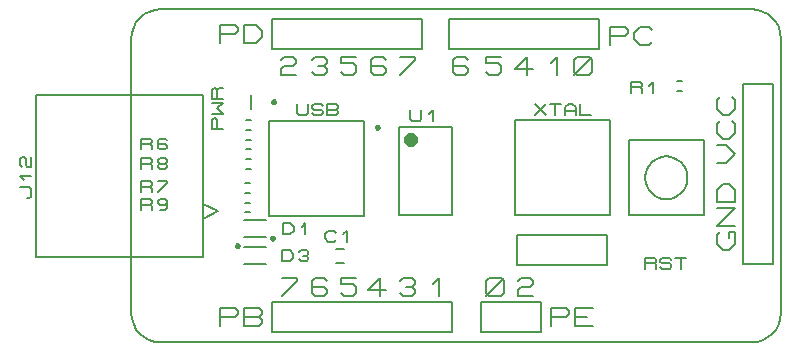
<source format=gbr>
G04 PROTEUS RS274X GERBER FILE*
%FSLAX45Y45*%
%MOMM*%
G01*
%ADD23C,0.250000*%
%ADD24C,0.200000*%
%ADD25C,0.600000*%
%ADD22C,0.203200*%
%ADD26C,0.152400*%
D23*
X+2094740Y+1720680D02*
X+2094697Y+1721719D01*
X+2094345Y+1723798D01*
X+2093608Y+1725877D01*
X+2092404Y+1727956D01*
X+2090563Y+1730006D01*
X+2088484Y+1731509D01*
X+2086405Y+1732466D01*
X+2084326Y+1733005D01*
X+2082247Y+1733180D01*
X+2082240Y+1733180D01*
X+2069740Y+1720680D02*
X+2069783Y+1721719D01*
X+2070135Y+1723798D01*
X+2070872Y+1725877D01*
X+2072076Y+1727956D01*
X+2073917Y+1730006D01*
X+2075996Y+1731509D01*
X+2078075Y+1732466D01*
X+2080154Y+1733005D01*
X+2082233Y+1733180D01*
X+2082240Y+1733180D01*
X+2069740Y+1720680D02*
X+2069783Y+1719641D01*
X+2070135Y+1717562D01*
X+2070872Y+1715483D01*
X+2072076Y+1713404D01*
X+2073917Y+1711354D01*
X+2075996Y+1709851D01*
X+2078075Y+1708894D01*
X+2080154Y+1708355D01*
X+2082233Y+1708180D01*
X+2082240Y+1708180D01*
X+2094740Y+1720680D02*
X+2094697Y+1719641D01*
X+2094345Y+1717562D01*
X+2093608Y+1715483D01*
X+2092404Y+1713404D01*
X+2090563Y+1711354D01*
X+2088484Y+1709851D01*
X+2086405Y+1708894D01*
X+2084326Y+1708355D01*
X+2082247Y+1708180D01*
X+2082240Y+1708180D01*
D24*
X+2262240Y+980680D02*
X+2712240Y+980680D01*
X+2712240Y+1720680D01*
X+2262240Y+1720680D01*
X+2262240Y+980680D01*
D25*
X+2392240Y+1620680D02*
X+2392137Y+1623169D01*
X+2391295Y+1628149D01*
X+2389535Y+1633129D01*
X+2386658Y+1638109D01*
X+2382257Y+1643025D01*
X+2377277Y+1646639D01*
X+2372297Y+1648944D01*
X+2367317Y+1650247D01*
X+2362337Y+1650680D01*
X+2362240Y+1650680D01*
X+2332240Y+1620680D02*
X+2332343Y+1623169D01*
X+2333185Y+1628149D01*
X+2334945Y+1633129D01*
X+2337822Y+1638109D01*
X+2342223Y+1643025D01*
X+2347203Y+1646639D01*
X+2352183Y+1648944D01*
X+2357163Y+1650247D01*
X+2362143Y+1650680D01*
X+2362240Y+1650680D01*
X+2332240Y+1620680D02*
X+2332343Y+1618191D01*
X+2333185Y+1613211D01*
X+2334945Y+1608231D01*
X+2337822Y+1603251D01*
X+2342223Y+1598335D01*
X+2347203Y+1594721D01*
X+2352183Y+1592416D01*
X+2357163Y+1591113D01*
X+2362143Y+1590680D01*
X+2362240Y+1590680D01*
X+2392240Y+1620680D02*
X+2392137Y+1618191D01*
X+2391295Y+1613211D01*
X+2389535Y+1608231D01*
X+2386658Y+1603251D01*
X+2382257Y+1598335D01*
X+2377277Y+1594721D01*
X+2372297Y+1592416D01*
X+2367317Y+1591113D01*
X+2362337Y+1590680D01*
X+2362240Y+1590680D01*
D22*
X+2360240Y+1867600D02*
X+2360240Y+1791400D01*
X+2376115Y+1776160D01*
X+2439615Y+1776160D01*
X+2455490Y+1791400D01*
X+2455490Y+1867600D01*
X+2518990Y+1837120D02*
X+2550740Y+1867600D01*
X+2550740Y+1776160D01*
X+4213000Y+974500D02*
X+4848000Y+974500D01*
X+4848000Y+1609500D01*
X+4213000Y+1609500D01*
X+4213000Y+974500D01*
X+4707565Y+1294540D02*
X+4706969Y+1309161D01*
X+4702126Y+1338405D01*
X+4692012Y+1367649D01*
X+4675547Y+1396893D01*
X+4650363Y+1425976D01*
X+4621119Y+1448096D01*
X+4591875Y+1462388D01*
X+4562631Y+1470767D01*
X+4533387Y+1474063D01*
X+4527960Y+1474145D01*
X+4348355Y+1294540D02*
X+4348951Y+1309161D01*
X+4353794Y+1338405D01*
X+4363908Y+1367649D01*
X+4380373Y+1396893D01*
X+4405557Y+1425976D01*
X+4434801Y+1448096D01*
X+4464045Y+1462388D01*
X+4493289Y+1470767D01*
X+4522533Y+1474063D01*
X+4527960Y+1474145D01*
X+4348355Y+1294540D02*
X+4348951Y+1279919D01*
X+4353794Y+1250675D01*
X+4363908Y+1221431D01*
X+4380373Y+1192187D01*
X+4405557Y+1163104D01*
X+4434801Y+1140984D01*
X+4464045Y+1126692D01*
X+4493289Y+1118313D01*
X+4522533Y+1115017D01*
X+4527960Y+1114935D01*
X+4707565Y+1294540D02*
X+4706969Y+1279919D01*
X+4702126Y+1250675D01*
X+4692012Y+1221431D01*
X+4675547Y+1192187D01*
X+4650363Y+1163104D01*
X+4621119Y+1140984D01*
X+4591875Y+1126692D01*
X+4562631Y+1118313D01*
X+4533387Y+1115017D01*
X+4527960Y+1114935D01*
X+4350160Y+522860D02*
X+4350160Y+614300D01*
X+4429535Y+614300D01*
X+4445410Y+599060D01*
X+4445410Y+583820D01*
X+4429535Y+568580D01*
X+4350160Y+568580D01*
X+4429535Y+568580D02*
X+4445410Y+553340D01*
X+4445410Y+522860D01*
X+4477160Y+538100D02*
X+4493035Y+522860D01*
X+4556535Y+522860D01*
X+4572410Y+538100D01*
X+4572410Y+553340D01*
X+4556535Y+568580D01*
X+4493035Y+568580D01*
X+4477160Y+583820D01*
X+4477160Y+599060D01*
X+4493035Y+614300D01*
X+4556535Y+614300D01*
X+4572410Y+599060D01*
X+4604160Y+614300D02*
X+4699410Y+614300D01*
X+4651785Y+614300D02*
X+4651785Y+522860D01*
X+1729960Y+692880D02*
X+1798540Y+692880D01*
X+1729960Y+570960D02*
X+1801080Y+570960D01*
X+1731230Y+769080D02*
X+1715355Y+753840D01*
X+1667730Y+753840D01*
X+1635980Y+784320D01*
X+1635980Y+814800D01*
X+1667730Y+845280D01*
X+1715355Y+845280D01*
X+1731230Y+830040D01*
X+1794730Y+814800D02*
X+1826480Y+845280D01*
X+1826480Y+753840D01*
D23*
X+1217240Y+1937860D02*
X+1217197Y+1938899D01*
X+1216845Y+1940978D01*
X+1216108Y+1943057D01*
X+1214904Y+1945136D01*
X+1213063Y+1947186D01*
X+1210984Y+1948689D01*
X+1208905Y+1949646D01*
X+1206826Y+1950185D01*
X+1204747Y+1950360D01*
X+1204740Y+1950360D01*
X+1192240Y+1937860D02*
X+1192283Y+1938899D01*
X+1192635Y+1940978D01*
X+1193372Y+1943057D01*
X+1194576Y+1945136D01*
X+1196417Y+1947186D01*
X+1198496Y+1948689D01*
X+1200575Y+1949646D01*
X+1202654Y+1950185D01*
X+1204733Y+1950360D01*
X+1204740Y+1950360D01*
X+1192240Y+1937860D02*
X+1192283Y+1936821D01*
X+1192635Y+1934742D01*
X+1193372Y+1932663D01*
X+1194576Y+1930584D01*
X+1196417Y+1928534D01*
X+1198496Y+1927031D01*
X+1200575Y+1926074D01*
X+1202654Y+1925535D01*
X+1204733Y+1925360D01*
X+1204740Y+1925360D01*
X+1217240Y+1937860D02*
X+1217197Y+1936821D01*
X+1216845Y+1934742D01*
X+1216108Y+1932663D01*
X+1214904Y+1930584D01*
X+1213063Y+1928534D01*
X+1210984Y+1927031D01*
X+1208905Y+1926074D01*
X+1206826Y+1925535D01*
X+1204747Y+1925360D01*
X+1204740Y+1925360D01*
D24*
X+1014740Y+1877860D02*
X+1014740Y+1997860D01*
D22*
X+771790Y+1706060D02*
X+680350Y+1706060D01*
X+680350Y+1785435D01*
X+695590Y+1801310D01*
X+710830Y+1801310D01*
X+726070Y+1785435D01*
X+726070Y+1706060D01*
X+680350Y+1833060D02*
X+771790Y+1833060D01*
X+726070Y+1880685D01*
X+771790Y+1928310D01*
X+680350Y+1928310D01*
X+771790Y+1960060D02*
X+680350Y+1960060D01*
X+680350Y+2039435D01*
X+695590Y+2055310D01*
X+710830Y+2055310D01*
X+726070Y+2039435D01*
X+726070Y+1960060D01*
X+726070Y+2039435D02*
X+741310Y+2055310D01*
X+771790Y+2055310D01*
X+970120Y+1782920D02*
X+1015840Y+1782920D01*
X+970120Y+1701640D02*
X+1015840Y+1701640D01*
D26*
X+603500Y+945540D02*
X+730500Y+1009040D01*
X+603500Y+1072540D02*
X+730500Y+1009040D01*
X+603500Y+619430D02*
X+603500Y+1998650D01*
X-811280Y+1998650D01*
X-811280Y+619430D01*
X+603500Y+619430D01*
D22*
X-879860Y+1118540D02*
X-864620Y+1118540D01*
X-849380Y+1134415D01*
X-849380Y+1197915D01*
X-864620Y+1213790D01*
X-940820Y+1213790D01*
X-910340Y+1277290D02*
X-940820Y+1309040D01*
X-849380Y+1309040D01*
X-925580Y+1388415D02*
X-940820Y+1404290D01*
X-940820Y+1451915D01*
X-925580Y+1467790D01*
X-910340Y+1467790D01*
X-895100Y+1451915D01*
X-895100Y+1404290D01*
X-879860Y+1388415D01*
X-849380Y+1388415D01*
X-849380Y+1467790D01*
D23*
X+1208360Y+783440D02*
X+1208317Y+784479D01*
X+1207965Y+786558D01*
X+1207228Y+788637D01*
X+1206024Y+790716D01*
X+1204183Y+792766D01*
X+1202104Y+794269D01*
X+1200025Y+795226D01*
X+1197946Y+795765D01*
X+1195867Y+795940D01*
X+1195860Y+795940D01*
X+1183360Y+783440D02*
X+1183403Y+784479D01*
X+1183755Y+786558D01*
X+1184492Y+788637D01*
X+1185696Y+790716D01*
X+1187537Y+792766D01*
X+1189616Y+794269D01*
X+1191695Y+795226D01*
X+1193774Y+795765D01*
X+1195853Y+795940D01*
X+1195860Y+795940D01*
X+1183360Y+783440D02*
X+1183403Y+782401D01*
X+1183755Y+780322D01*
X+1184492Y+778243D01*
X+1185696Y+776164D01*
X+1187537Y+774114D01*
X+1189616Y+772611D01*
X+1191695Y+771654D01*
X+1193774Y+771115D01*
X+1195853Y+770940D01*
X+1195860Y+770940D01*
X+1208360Y+783440D02*
X+1208317Y+782401D01*
X+1207965Y+780322D01*
X+1207228Y+778243D01*
X+1206024Y+776164D01*
X+1204183Y+774114D01*
X+1202104Y+772611D01*
X+1200025Y+771654D01*
X+1197946Y+771115D01*
X+1195867Y+770940D01*
X+1195860Y+770940D01*
D24*
X+1135860Y+933440D02*
X+955860Y+933440D01*
X+1135860Y+793440D02*
X+955860Y+793440D01*
D22*
X+1282080Y+816860D02*
X+1282080Y+908300D01*
X+1345580Y+908300D01*
X+1377330Y+877820D01*
X+1377330Y+847340D01*
X+1345580Y+816860D01*
X+1282080Y+816860D01*
X+1440830Y+877820D02*
X+1472580Y+908300D01*
X+1472580Y+816860D01*
D23*
X+908360Y+717380D02*
X+908317Y+718419D01*
X+907965Y+720498D01*
X+907228Y+722577D01*
X+906024Y+724656D01*
X+904183Y+726706D01*
X+902104Y+728209D01*
X+900025Y+729166D01*
X+897946Y+729705D01*
X+895867Y+729880D01*
X+895860Y+729880D01*
X+883360Y+717380D02*
X+883403Y+718419D01*
X+883755Y+720498D01*
X+884492Y+722577D01*
X+885696Y+724656D01*
X+887537Y+726706D01*
X+889616Y+728209D01*
X+891695Y+729166D01*
X+893774Y+729705D01*
X+895853Y+729880D01*
X+895860Y+729880D01*
X+883360Y+717380D02*
X+883403Y+716341D01*
X+883755Y+714262D01*
X+884492Y+712183D01*
X+885696Y+710104D01*
X+887537Y+708054D01*
X+889616Y+706551D01*
X+891695Y+705594D01*
X+893774Y+705055D01*
X+895853Y+704880D01*
X+895860Y+704880D01*
X+908360Y+717380D02*
X+908317Y+716341D01*
X+907965Y+714262D01*
X+907228Y+712183D01*
X+906024Y+710104D01*
X+904183Y+708054D01*
X+902104Y+706551D01*
X+900025Y+705594D01*
X+897946Y+705055D01*
X+895867Y+704880D01*
X+895860Y+704880D01*
D24*
X+955860Y+567380D02*
X+1135860Y+567380D01*
X+955860Y+707380D02*
X+1135860Y+707380D01*
D22*
X+1277000Y+587440D02*
X+1277000Y+678880D01*
X+1340500Y+678880D01*
X+1372250Y+648400D01*
X+1372250Y+617920D01*
X+1340500Y+587440D01*
X+1277000Y+587440D01*
X+1419875Y+663640D02*
X+1435750Y+678880D01*
X+1483375Y+678880D01*
X+1499250Y+663640D01*
X+1499250Y+648400D01*
X+1483375Y+633160D01*
X+1499250Y+617920D01*
X+1499250Y+602680D01*
X+1483375Y+587440D01*
X+1435750Y+587440D01*
X+1419875Y+602680D01*
X+1451625Y+633160D02*
X+1483375Y+633160D01*
X+1165560Y+974260D02*
X+1965560Y+974260D01*
X+1965560Y+1774260D01*
X+1165560Y+1774260D01*
X+1165560Y+974260D01*
X+1400460Y+1916660D02*
X+1400460Y+1840460D01*
X+1416335Y+1825220D01*
X+1479835Y+1825220D01*
X+1495710Y+1840460D01*
X+1495710Y+1916660D01*
X+1527460Y+1840460D02*
X+1543335Y+1825220D01*
X+1606835Y+1825220D01*
X+1622710Y+1840460D01*
X+1622710Y+1855700D01*
X+1606835Y+1870940D01*
X+1543335Y+1870940D01*
X+1527460Y+1886180D01*
X+1527460Y+1901420D01*
X+1543335Y+1916660D01*
X+1606835Y+1916660D01*
X+1622710Y+1901420D01*
X+1654460Y+1825220D02*
X+1654460Y+1916660D01*
X+1733835Y+1916660D01*
X+1749710Y+1901420D01*
X+1749710Y+1886180D01*
X+1733835Y+1870940D01*
X+1749710Y+1855700D01*
X+1749710Y+1840460D01*
X+1733835Y+1825220D01*
X+1654460Y+1825220D01*
X+1654460Y+1870940D02*
X+1733835Y+1870940D01*
X+1006500Y+1168400D02*
X+960780Y+1168400D01*
X+1006500Y+1249680D02*
X+960780Y+1249680D01*
X+82220Y+1171400D02*
X+82220Y+1262840D01*
X+161595Y+1262840D01*
X+177470Y+1247600D01*
X+177470Y+1232360D01*
X+161595Y+1217120D01*
X+82220Y+1217120D01*
X+161595Y+1217120D02*
X+177470Y+1201880D01*
X+177470Y+1171400D01*
X+225095Y+1262840D02*
X+304470Y+1262840D01*
X+304470Y+1247600D01*
X+225095Y+1171400D01*
X+1016500Y+1368400D02*
X+970780Y+1368400D01*
X+1016500Y+1449680D02*
X+970780Y+1449680D01*
X+81780Y+1368400D02*
X+81780Y+1459840D01*
X+161155Y+1459840D01*
X+177030Y+1444600D01*
X+177030Y+1429360D01*
X+161155Y+1414120D01*
X+81780Y+1414120D01*
X+161155Y+1414120D02*
X+177030Y+1398880D01*
X+177030Y+1368400D01*
X+240530Y+1414120D02*
X+224655Y+1429360D01*
X+224655Y+1444600D01*
X+240530Y+1459840D01*
X+288155Y+1459840D01*
X+304030Y+1444600D01*
X+304030Y+1429360D01*
X+288155Y+1414120D01*
X+240530Y+1414120D01*
X+224655Y+1398880D01*
X+224655Y+1383640D01*
X+240530Y+1368400D01*
X+288155Y+1368400D01*
X+304030Y+1383640D01*
X+304030Y+1398880D01*
X+288155Y+1414120D01*
X+959960Y+1084420D02*
X+1005680Y+1084420D01*
X+959960Y+1003140D02*
X+1005680Y+1003140D01*
X+81400Y+1020460D02*
X+81400Y+1111900D01*
X+160775Y+1111900D01*
X+176650Y+1096660D01*
X+176650Y+1081420D01*
X+160775Y+1066180D01*
X+81400Y+1066180D01*
X+160775Y+1066180D02*
X+176650Y+1050940D01*
X+176650Y+1020460D01*
X+303650Y+1081420D02*
X+287775Y+1066180D01*
X+240150Y+1066180D01*
X+224275Y+1081420D01*
X+224275Y+1096660D01*
X+240150Y+1111900D01*
X+287775Y+1111900D01*
X+303650Y+1096660D01*
X+303650Y+1035700D01*
X+287775Y+1020460D01*
X+240150Y+1020460D01*
X+1015840Y+1534000D02*
X+970120Y+1534000D01*
X+1015840Y+1615280D02*
X+970120Y+1615280D01*
X+81120Y+1534000D02*
X+81120Y+1625440D01*
X+160495Y+1625440D01*
X+176370Y+1610200D01*
X+176370Y+1594960D01*
X+160495Y+1579720D01*
X+81120Y+1579720D01*
X+160495Y+1579720D02*
X+176370Y+1564480D01*
X+176370Y+1534000D01*
X+303370Y+1610200D02*
X+287495Y+1625440D01*
X+239870Y+1625440D01*
X+223995Y+1610200D01*
X+223995Y+1549240D01*
X+239870Y+1534000D01*
X+287495Y+1534000D01*
X+303370Y+1549240D01*
X+303370Y+1564480D01*
X+287495Y+1579720D01*
X+223995Y+1579720D01*
X+1193000Y+2382040D02*
X+2463000Y+2382040D01*
X+2463000Y+2636040D01*
X+1193000Y+2636040D01*
X+1193000Y+2382040D01*
X+2693000Y+2382040D02*
X+3963000Y+2382040D01*
X+3963000Y+2636040D01*
X+2693000Y+2636040D01*
X+2693000Y+2382040D01*
X+1193000Y-7960D02*
X+2717000Y-7960D01*
X+2717000Y+246040D01*
X+1193000Y+246040D01*
X+1193000Y-7960D01*
X+2956500Y-7960D02*
X+3464500Y-7960D01*
X+3464500Y+246040D01*
X+2956500Y+246040D01*
X+2956500Y-7960D01*
X+4663180Y+2028200D02*
X+4617460Y+2028200D01*
X+4663180Y+2109480D02*
X+4617460Y+2109480D01*
X+4226300Y+2012960D02*
X+4226300Y+2104400D01*
X+4305675Y+2104400D01*
X+4321550Y+2089160D01*
X+4321550Y+2073920D01*
X+4305675Y+2058680D01*
X+4226300Y+2058680D01*
X+4305675Y+2058680D02*
X+4321550Y+2043440D01*
X+4321550Y+2012960D01*
X+4385050Y+2073920D02*
X+4416800Y+2104400D01*
X+4416800Y+2012960D01*
X+746600Y+2435040D02*
X+746600Y+2587440D01*
X+873600Y+2587440D01*
X+899000Y+2562040D01*
X+899000Y+2536640D01*
X+873600Y+2511240D01*
X+746600Y+2511240D01*
X+949800Y+2435040D02*
X+949800Y+2587440D01*
X+1051400Y+2587440D01*
X+1102200Y+2536640D01*
X+1102200Y+2485840D01*
X+1051400Y+2435040D01*
X+949800Y+2435040D01*
X+4048600Y+2415040D02*
X+4048600Y+2567440D01*
X+4175600Y+2567440D01*
X+4201000Y+2542040D01*
X+4201000Y+2516640D01*
X+4175600Y+2491240D01*
X+4048600Y+2491240D01*
X+4404200Y+2440440D02*
X+4378800Y+2415040D01*
X+4302600Y+2415040D01*
X+4251800Y+2465840D01*
X+4251800Y+2516640D01*
X+4302600Y+2567440D01*
X+4378800Y+2567440D01*
X+4404200Y+2542040D01*
X+746600Y+39540D02*
X+746600Y+191940D01*
X+873600Y+191940D01*
X+899000Y+166540D01*
X+899000Y+141140D01*
X+873600Y+115740D01*
X+746600Y+115740D01*
X+949800Y+39540D02*
X+949800Y+191940D01*
X+1076800Y+191940D01*
X+1102200Y+166540D01*
X+1102200Y+141140D01*
X+1076800Y+115740D01*
X+1102200Y+90340D01*
X+1102200Y+64940D01*
X+1076800Y+39540D01*
X+949800Y+39540D01*
X+949800Y+115740D02*
X+1076800Y+115740D01*
X+3553300Y+39540D02*
X+3553300Y+191940D01*
X+3680300Y+191940D01*
X+3705700Y+166540D01*
X+3705700Y+141140D01*
X+3680300Y+115740D01*
X+3553300Y+115740D01*
X+3908900Y+39540D02*
X+3756500Y+39540D01*
X+3756500Y+191940D01*
X+3908900Y+191940D01*
X+3756500Y+115740D02*
X+3858100Y+115740D01*
X+5181500Y+567040D02*
X+5435500Y+567040D01*
X+5435500Y+2091040D01*
X+5181500Y+2091040D01*
X+5181500Y+567040D01*
X+4957101Y+1417940D02*
X+5033301Y+1417940D01*
X+5109501Y+1494140D01*
X+5033301Y+1570340D01*
X+4957101Y+1570340D01*
X+5084101Y+1773540D02*
X+5109501Y+1748140D01*
X+5109501Y+1671940D01*
X+5058701Y+1621140D01*
X+5007901Y+1621140D01*
X+4957101Y+1671940D01*
X+4957101Y+1748140D01*
X+4982501Y+1773540D01*
X+5084101Y+1976740D02*
X+5109501Y+1951340D01*
X+5109501Y+1875140D01*
X+5058701Y+1824340D01*
X+5007901Y+1824340D01*
X+4957101Y+1875140D01*
X+4957101Y+1951340D01*
X+4982501Y+1976740D01*
X+5058701Y+782940D02*
X+5058701Y+833740D01*
X+5109501Y+833740D01*
X+5109501Y+732140D01*
X+5058701Y+681340D01*
X+5007901Y+681340D01*
X+4957101Y+732140D01*
X+4957101Y+808340D01*
X+4982501Y+833740D01*
X+5109501Y+884540D02*
X+4957101Y+884540D01*
X+5109501Y+1036940D01*
X+4957101Y+1036940D01*
X+5109501Y+1087740D02*
X+4957101Y+1087740D01*
X+4957101Y+1189340D01*
X+5007901Y+1240140D01*
X+5058701Y+1240140D01*
X+5109501Y+1189340D01*
X+5109501Y+1087740D01*
X+0Y+150000D02*
X+0Y+2470000D01*
X+250000Y+2720000D02*
X+5250000Y+2720000D01*
X+5500000Y+2470000D02*
X+5500000Y+150000D01*
X+5250000Y-100000D02*
X+250000Y-100000D01*
X+0Y+2470000D02*
X+4974Y+2521117D01*
X+19287Y+2568389D01*
X+42023Y+2610900D01*
X+72266Y+2647734D01*
X+109100Y+2677977D01*
X+151611Y+2700713D01*
X+198883Y+2715026D01*
X+250000Y+2720000D01*
X+0Y+150000D02*
X+4974Y+98883D01*
X+19287Y+51611D01*
X+42023Y+9100D01*
X+72266Y-27734D01*
X+109100Y-57977D01*
X+151611Y-80713D01*
X+198883Y-95026D01*
X+250000Y-100000D01*
X+5250000Y-100000D02*
X+5301117Y-95026D01*
X+5348389Y-80713D01*
X+5390900Y-57977D01*
X+5427734Y-27734D01*
X+5457977Y+9100D01*
X+5480713Y+51611D01*
X+5495026Y+98883D01*
X+5500000Y+150000D01*
X+5500000Y+2470000D02*
X+5495026Y+2521117D01*
X+5480713Y+2568389D01*
X+5457977Y+2610900D01*
X+5427734Y+2647734D01*
X+5390900Y+2677977D01*
X+5348389Y+2700713D01*
X+5301117Y+2715026D01*
X+5250000Y+2720000D01*
X+1265400Y+2293800D02*
X+1290800Y+2319200D01*
X+1367000Y+2319200D01*
X+1392400Y+2293800D01*
X+1392400Y+2268400D01*
X+1367000Y+2243000D01*
X+1290800Y+2243000D01*
X+1265400Y+2217600D01*
X+1265400Y+2166800D01*
X+1392400Y+2166800D01*
X+1525400Y+2293800D02*
X+1550800Y+2319200D01*
X+1627000Y+2319200D01*
X+1652400Y+2293800D01*
X+1652400Y+2268400D01*
X+1627000Y+2243000D01*
X+1652400Y+2217600D01*
X+1652400Y+2192200D01*
X+1627000Y+2166800D01*
X+1550800Y+2166800D01*
X+1525400Y+2192200D01*
X+1576200Y+2243000D02*
X+1627000Y+2243000D01*
X+1902400Y+2319200D02*
X+1775400Y+2319200D01*
X+1775400Y+2268400D01*
X+1877000Y+2268400D01*
X+1902400Y+2243000D01*
X+1902400Y+2192200D01*
X+1877000Y+2166800D01*
X+1800800Y+2166800D01*
X+1775400Y+2192200D01*
X+2152400Y+2293800D02*
X+2127000Y+2319200D01*
X+2050800Y+2319200D01*
X+2025400Y+2293800D01*
X+2025400Y+2192200D01*
X+2050800Y+2166800D01*
X+2127000Y+2166800D01*
X+2152400Y+2192200D01*
X+2152400Y+2217600D01*
X+2127000Y+2243000D01*
X+2025400Y+2243000D01*
X+2275400Y+2319200D02*
X+2402400Y+2319200D01*
X+2402400Y+2293800D01*
X+2275400Y+2166800D01*
X+3750000Y+2192200D02*
X+3750000Y+2293800D01*
X+3775400Y+2319200D01*
X+3877000Y+2319200D01*
X+3902400Y+2293800D01*
X+3902400Y+2192200D01*
X+3877000Y+2166800D01*
X+3775400Y+2166800D01*
X+3750000Y+2192200D01*
X+3750000Y+2166800D02*
X+3902400Y+2319200D01*
X+3550800Y+2268400D02*
X+3601600Y+2319200D01*
X+3601600Y+2166800D01*
X+3402400Y+2217600D02*
X+3250000Y+2217600D01*
X+3351600Y+2319200D01*
X+3351600Y+2166800D01*
X+3126400Y+2319200D02*
X+2999400Y+2319200D01*
X+2999400Y+2268400D01*
X+3101000Y+2268400D01*
X+3126400Y+2243000D01*
X+3126400Y+2192200D01*
X+3101000Y+2166800D01*
X+3024800Y+2166800D01*
X+2999400Y+2192200D01*
X+2852400Y+2293800D02*
X+2827000Y+2319200D01*
X+2750800Y+2319200D01*
X+2725400Y+2293800D01*
X+2725400Y+2192200D01*
X+2750800Y+2166800D01*
X+2827000Y+2166800D01*
X+2852400Y+2192200D01*
X+2852400Y+2217600D01*
X+2827000Y+2243000D01*
X+2725400Y+2243000D01*
X+2550800Y+398400D02*
X+2601600Y+449200D01*
X+2601600Y+296800D01*
X+2275400Y+423800D02*
X+2300800Y+449200D01*
X+2377000Y+449200D01*
X+2402400Y+423800D01*
X+2402400Y+398400D01*
X+2377000Y+373000D01*
X+2402400Y+347600D01*
X+2402400Y+322200D01*
X+2377000Y+296800D01*
X+2300800Y+296800D01*
X+2275400Y+322200D01*
X+2326200Y+373000D02*
X+2377000Y+373000D01*
X+2152400Y+347600D02*
X+2000000Y+347600D01*
X+2101600Y+449200D01*
X+2101600Y+296800D01*
X+1902400Y+449200D02*
X+1775400Y+449200D01*
X+1775400Y+398400D01*
X+1877000Y+398400D01*
X+1902400Y+373000D01*
X+1902400Y+322200D01*
X+1877000Y+296800D01*
X+1800800Y+296800D01*
X+1775400Y+322200D01*
X+1652400Y+423800D02*
X+1627000Y+449200D01*
X+1550800Y+449200D01*
X+1525400Y+423800D01*
X+1525400Y+322200D01*
X+1550800Y+296800D01*
X+1627000Y+296800D01*
X+1652400Y+322200D01*
X+1652400Y+347600D01*
X+1627000Y+373000D01*
X+1525400Y+373000D01*
X+1275400Y+449200D02*
X+1402400Y+449200D01*
X+1402400Y+423800D01*
X+1275400Y+296800D01*
X+3000000Y+322200D02*
X+3000000Y+423800D01*
X+3025400Y+449200D01*
X+3127000Y+449200D01*
X+3152400Y+423800D01*
X+3152400Y+322200D01*
X+3127000Y+296800D01*
X+3025400Y+296800D01*
X+3000000Y+322200D01*
X+3000000Y+296800D02*
X+3152400Y+449200D01*
X+3275400Y+423800D02*
X+3300800Y+449200D01*
X+3377000Y+449200D01*
X+3402400Y+423800D01*
X+3402400Y+398400D01*
X+3377000Y+373000D01*
X+3300800Y+373000D01*
X+3275400Y+347600D01*
X+3275400Y+296800D01*
X+3402400Y+296800D01*
X+3265000Y+553000D02*
X+4027000Y+553000D01*
X+4027000Y+807000D01*
X+3265000Y+807000D01*
X+3265000Y+553000D01*
X+3250000Y+980000D02*
X+4050000Y+980000D01*
X+4050000Y+1780000D01*
X+3250000Y+1780000D01*
X+3250000Y+980000D01*
X+3416000Y+1920149D02*
X+3511250Y+1828709D01*
X+3416000Y+1828709D02*
X+3511250Y+1920149D01*
X+3543000Y+1920149D02*
X+3638250Y+1920149D01*
X+3590625Y+1920149D02*
X+3590625Y+1828709D01*
X+3670000Y+1828709D02*
X+3670000Y+1889669D01*
X+3701750Y+1920149D01*
X+3733500Y+1920149D01*
X+3765250Y+1889669D01*
X+3765250Y+1828709D01*
X+3670000Y+1859189D02*
X+3765250Y+1859189D01*
X+3797000Y+1920149D02*
X+3797000Y+1828709D01*
X+3892250Y+1828709D01*
M02*

</source>
